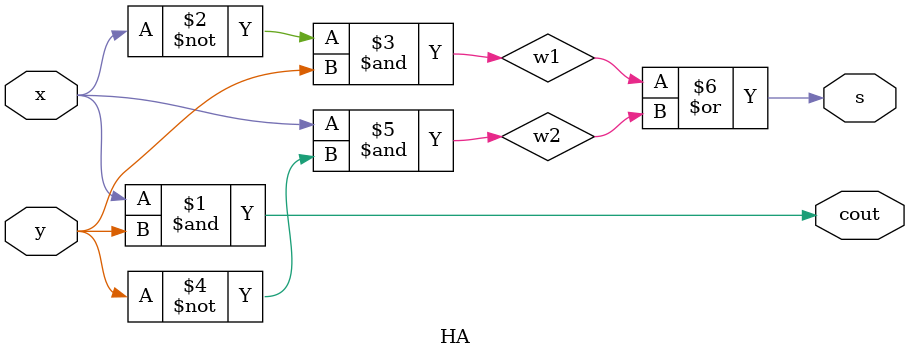
<source format=v>
module HA(x, y, s, cout);
input x, y;
output s, cout;
wire w1, w2;

assign cout = x & y;

assign w1 = ~x & y;
assign w2 = x & ~y;
assign s = w1 | w2;

endmodule

</source>
